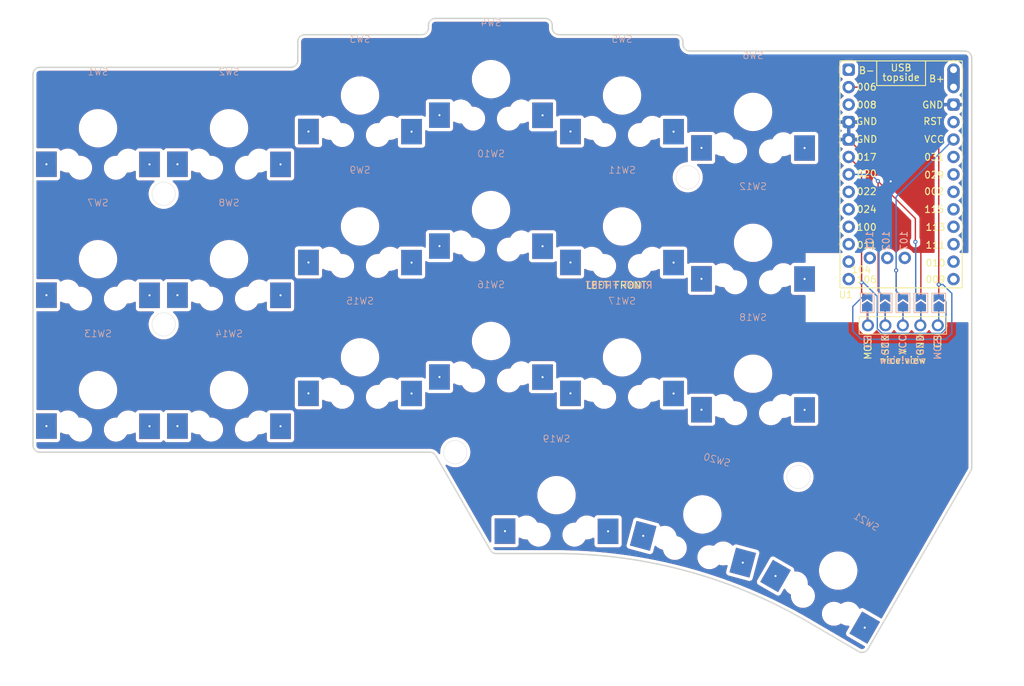
<source format=kicad_pcb>
(kicad_pcb (version 20240108) (generator "pcbnew") (generator_version "8.0")
  (layers (0 "F.Cu" signal) (31 "B.Cu" signal) (34 "B.Paste" user) (35 "F.Paste" user) (36 "B.SilkS" user "B.Silkscreen") (37 "F.SilkS" user "F.Silkscreen") (38 "B.Mask" user) (39 "F.Mask" user) (44 "Edge.Cuts" user))
  (net 0 "")
  (net 1 "Row0")
  (net 2 "Net-(D1-A)")
  (net 3 "Net-(D2-A)")
  (net 4 "Net-(D3-A)")
  (net 5 "Net-(D4-A)")
  (net 6 "Net-(D5-A)")
  (net 7 "Net-(D6-A)")
  (net 8 "Net-(D7-A)")
  (net 9 "Row1")
  (net 10 "Net-(D8-A)")
  (net 11 "Net-(D9-A)")
  (net 12 "Net-(D10-A)")
  (net 13 "Net-(D11-A)")
  (net 14 "Net-(D12-A)")
  (net 15 "Row2")
  (net 16 "Net-(D13-A)")
  (net 17 "Net-(D14-A)")
  (net 18 "Net-(D15-A)")
  (net 19 "Net-(D16-A)")
  (net 20 "Net-(D17-A)")
  (net 21 "Net-(D18-A)")
  (net 22 "Net-(D19-A)")
  (net 23 "Row3")
  (net 24 "Net-(D20-A)")
  (net 25 "Net-(D21-A)")
  (net 26 "Col0")
  (net 27 "Col1")
  (net 28 "Col2")
  (net 29 "Col3")
  (net 30 "Col4")
  (net 31 "Col5")
  (net 35 "GND")
  (net 39 "CS")
  (net 40 "VCC")
  (net 45 "SCK")
  (net 46 "SDA{slash}MOSI")
  (net 48 "RST")
  (net 49 "D4")
  (net 50 "D5")
  (net 51 "D3")
  (net 52 "D2")
  (net 53 "D1")
  (footprint "myck:KS-27_KS-33_Hotswap_1U_DUAL" (layer "F.Cu") (at 133.35 114.3)
    (property "Reference" "SW15" (at 0 -8.2 0) (layer "B.SilkS") (effects (font (thickness 0.1)) (justify mirror)))
    (property "Value" "SW_Push" (hide yes))
    (pad "" np_thru_hole circle (at -4.4 4.7) (size 3 3) (drill 3) (layers "F&B.Cu" "*.Mask"))
    (pad "" np_thru_hole circle (at -2.6 5.75) (size 3 3) (drill 3) (layers "F&B.Cu" "*.Mask"))
    (pad "" np_thru_hole circle (at 0 0) (size 5.1 5.1) (drill 5.1) (layers "F&B.Cu" "*.Mask"))
    (pad "" np_thru_hole circle (at 2.6 5.75) (size 3 3) (drill 3) (layers "F&B.Cu" "*.Mask"))
    (pad "" np_thru_hole circle (at 4.4 4.7) (size 3 3) (drill 3) (layers "F&B.Cu" "*.Mask"))
    (pad "1" thru_hole rect (at -7.5 5.24) (size 3 3.6975) (drill 0.3) (layers "*.Cu" "*.Paste" "*.Mask") (net 28 "Col2"))
    (pad "2" thru_hole rect (at 7.49 5.26) (size 3 3.6975) (drill 0.3) (layers "*.Cu" "*.Paste" "*.Mask") (net 18 "Net-(D15-A)"))
  )
  (footprint "myck:nice_view" (layer "F.Cu") (at 212.28 93.13)
    (property "Reference" "Display1")
    (property "Value" "nice!view" (at 0 21.59 0) (layer "F.SilkS"))
    (fp_rect (start -6.35 15.24) (end 6.35 17.78) (stroke (width 0.12)) (fill none) (layer "F.SilkS"))
    (fp_text user "VCC" (at -0.11 17.79 -90) (layer "B.SilkS") (effects (justify right mirror)))
    (fp_text user "GND" (at -2.65 17.79 -90) (layer "B.SilkS") (effects (justify right mirror)))
    (fp_text user "nice!view" (at -0.03 22.17 0) (layer "B.SilkS") (effects (justify bottom mirror)))
    (fp_text user "CS" (at -5.19 17.79 -90) (layer "B.SilkS") (effects (justify right mirror)))
    (fp_text user "SCK" (at 2.43 17.79 -90) (layer "B.SilkS") (effects (justify right mirror)))
    (fp_text user "MOSI" (at 4.97 17.79 -90) (layer "B.SilkS") (effects (justify right mirror)))
    (fp_text user "VCC" (at 0 17.78 90) (layer "F.SilkS") (effects (justify right)))
    (fp_text user "SCK" (at -2.54 17.78 90) (layer "F.SilkS") (effects (justify right)))
    (fp_text user "CS" (at 5.08 17.78 90) (layer "F.SilkS") (effects (justify right)))
    (fp_text user "MOSI" (at -5.08 17.78 90) (layer "F.SilkS") (effects (justify right)))
    (fp_text user "GND" (at 2.54 17.78 90) (layer "F.SilkS") (effects (justify right)))
    (pad "1" thru_hole circle (at -5.08 16.51) (size 1.7526 1.7526) (drill 1.0922) (layers "*.Cu" "*.Mask") (net 53 "D1"))
    (pad "2" thru_hole circle (at -2.54 16.51) (size 1.7526 1.7526) (drill 1.0922) (layers "*.Cu" "*.Mask") (net 52 "D2"))
    (pad "3" thru_hole circle (at 0 16.51) (size 1.7526 1.7526) (drill 1.0922) (layers "*.Cu" "*.Mask") (net 51 "D3"))
    (pad "4" thru_hole circle (at 2.54 16.51) (size 1.7526 1.7526) (drill 1.0922) (layers "*.Cu" "*.Mask") (net 49 "D4"))
    (pad "5" thru_hole circle (at 5.08 16.51) (size 1.7526 1.7526) (drill 1.0922) (layers "*.Cu" "*.Mask") (net 50 "D5"))
  )
  (footprint "myck:KS-27_KS-33_Hotswap_1U_DUAL" (layer "F.Cu") (at 114.3 119.0625)
    (property "Reference" "SW14" (at 0 -8.2 0) (layer "B.SilkS") (effects (font (thickness 0.1)) (justify mirror)))
    (property "Value" "SW_Push" (hide yes))
    (pad "" np_thru_hole circle (at -4.4 4.7) (size 3 3) (drill 3) (layers "F&B.Cu" "*.Mask"))
    (pad "" np_thru_hole circle (at -2.6 5.75) (size 3 3) (drill 3) (layers "F&B.Cu" "*.Mask"))
    (pad "" np_thru_hole circle (at 0 0) (size 5.1 5.1) (drill 5.1) (layers "F&B.Cu" "*.Mask"))
    (pad "" np_thru_hole circle (at 2.6 5.75) (size 3 3) (drill 3) (layers "F&B.Cu" "*.Mask"))
    (pad "" np_thru_hole circle (at 4.4 4.7) (size 3 3) (drill 3) (layers "F&B.Cu" "*.Mask"))
    (pad "1" thru_hole rect (at -7.5 5.24) (size 3 3.6975) (drill 0.3) (layers "*.Cu" "*.Paste" "*.Mask") (net 27 "Col1"))
    (pad "2" thru_hole rect (at 7.49 5.26) (size 3 3.6975) (drill 0.3) (layers "*.Cu" "*.Paste" "*.Mask") (net 17 "Net-(D14-A)"))
  )
  (footprint "myck:KS-27_KS-33_Hotswap_1U_DUAL" (layer "F.Cu") (at 190.5 116.68125)
    (property "Reference" "SW18" (at 0 -8.2 0) (layer "B.SilkS") (effects (font (thickness 0.1)) (justify mirror)))
    (property "Value" "SW_Push" (hide yes))
    (pad "" np_thru_hole circle (at -4.4 4.7) (size 3 3) (drill 3) (layers "F&B.Cu" "*.Mask"))
    (pad "" np_thru_hole circle (at -2.6 5.75) (size 3 3) (drill 3) (layers "F&B.Cu" "*.Mask"))
    (pad "" np_thru_hole circle (at 0 0) (size 5.1 5.1) (drill 5.1) (layers "F&B.Cu" "*.Mask"))
    (pad "" np_thru_hole circle (at 2.6 5.75) (size 3 3) (drill 3) (layers "F&B.Cu" "*.Mask"))
    (pad "" np_thru_hole circle (at 4.4 4.7) (size 3 3) (drill 3) (layers "F&B.Cu" "*.Mask"))
    (pad "1" thru_hole rect (at -7.5 5.24) (size 3 3.6975) (drill 0.3) (layers "*.Cu" "*.Paste" "*.Mask") (net 31 "Col5"))
    (pad "2" thru_hole rect (at 7.49 5.26) (size 3 3.6975) (drill 0.3) (layers "*.Cu" "*.Paste" "*.Mask") (net 21 "Net-(D18-A)"))
  )
  (footprint "myck:KS-27_KS-33_Hotswap_1U_DUAL" (layer "F.Cu") (at 152.4 92.86875)
    (property "Reference" "SW10" (at 0 -8.2 0) (layer "B.SilkS") (effects (font (thickness 0.1)) (justify mirror)))
    (property "Value" "SW_Push" (hide yes))
    (pad "" np_thru_hole circle (at -4.4 4.7) (size 3 3) (drill 3) (layers "F&B.Cu" "*.Mask"))
    (pad "" np_thru_hole circle (at -2.6 5.75) (size 3 3) (drill 3) (layers "F&B.Cu" "*.Mask"))
    (pad "" np_thru_hole circle (at 0 0) (size 5.1 5.1) (drill 5.1) (layers "F&B.Cu" "*.Mask"))
    (pad "" np_thru_hole circle (at 2.6 5.75) (size 3 3) (drill 3) (layers "F&B.Cu" "*.Mask"))
    (pad "" np_thru_hole circle (at 4.4 4.7) (size 3 3) (drill 3) (layers "F&B.Cu" "*.Mask"))
    (pad "1" thru_hole rect (at -7.5 5.24) (size 3 3.6975) (drill 0.3) (layers "*.Cu" "*.Paste" "*.Mask") (net 29 "Col3"))
    (pad "2" thru_hole rect (at 7.49 5.26) (size 3 3.6975) (drill 0.3) (layers "*.Cu" "*.Paste" "*.Mask") (net 12 "Net-(D10-A)"))
  )
  (footprint "myck:KS-27_KS-33_Hotswap_1U_DUAL" (layer "F.Cu") (at 95.25 119.0625)
    (property "Reference" "SW13" (at 0 -8.2 0) (layer "B.SilkS") (effects (font (thickness 0.1)) (justify mirror)))
    (property "Value" "SW_Push" (hide yes))
    (pad "" np_thru_hole circle (at -4.4 4.7) (size 3 3) (drill 3) (layers "F&B.Cu" "*.Mask"))
    (pad "" np_thru_hole circle (at -2.6 5.75) (size 3 3) (drill 3) (layers "F&B.Cu" "*.Mask"))
    (pad "" np_thru_hole circle (at 0 0) (size 5.1 5.1) (drill 5.1) (layers "F&B.Cu" "*.Mask"))
    (pad "" np_thru_hole circle (at 2.6 5.75) (size 3 3) (drill 3) (layers "F&B.Cu" "*.Mask"))
    (pad "" np_thru_hole circle (at 4.4 4.7) (size 3 3) (drill 3) (layers "F&B.Cu" "*.Mask"))
    (pad "1" thru_hole rect (at -7.5 5.24) (size 3 3.6975) (drill 0.3) (layers "*.Cu" "*.Paste" "*.Mask") (net 26 "Col0"))
    (pad "2" thru_hole rect (at 7.49 5.26) (size 3 3.6975) (drill 0.3) (layers "*.Cu" "*.Paste" "*.Mask") (net 16 "Net-(D13-A)"))
  )
  (footprint "myck:KS-27_KS-33_Hotswap_1U_DUAL" (layer "F.Cu") (at 95.25 80.9625)
    (property "Reference" "SW1" (at 0 -8.2 0) (layer "B.SilkS") (effects (font (thickness 0.1)) (justify mirror)))
    (property "Value" "SW_Push" (hide yes))
    (pad "" np_thru_hole circle (at -4.4 4.7) (size 3 3) (drill 3) (layers "F&B.Cu" "*.Mask"))
    (pad "" np_thru_hole circle (at -2.6 5.75) (size 3 3) (drill 3) (layers "F&B.Cu" "*.Mask"))
    (pad "" np_thru_hole circle (at 0 0) (size 5.1 5.1) (drill 5.1) (layers "F&B.Cu" "*.Mask"))
    (pad "" np_thru_hole circle (at 2.6 5.75) (size 3 3) (drill 3) (layers "F&B.Cu" "*.Mask"))
    (pad "" np_thru_hole circle (at 4.4 4.7) (size 3 3) (drill 3) (layers "F&B.Cu" "*.Mask"))
    (pad "1" thru_hole rect (at -7.5 5.24) (size 3 3.6975) (drill 0.3) (layers "*.Cu" "*.Paste" "*.Mask") (net 26 "Col0"))
    (pad "2" thru_hole rect (at 7.49 5.26) (size 3 3.6975) (drill 0.3) (layers "*.Cu" "*.Paste" "*.Mask") (net 2 "Net-(D1-A)"))
  )
  (footprint "myck:KS-27_KS-33_Hotswap_1U_DUAL" (layer "F.Cu") (at 171.45 95.25)
    (property "Reference" "SW11" (at 0 -8.2 0) (layer "B.SilkS") (effects (font (thickness 0.1)) (justify mirror)))
    (property "Value" "SW_Push" (hide yes))
    (pad "" np_thru_hole circle (at -4.4 4.7) (size 3 3) (drill 3) (layers "F&B.Cu" "*.Mask"))
    (pad "" np_thru_hole circle (at -2.6 5.75) (size 3 3) (drill 3) (layers "F&B.Cu" "*.Mask"))
    (pad "" np_thru_hole circle (at 0 0) (size 5.1 5.1) (drill 5.1) (layers "F&B.Cu" "*.Mask"))
    (pad "" np_thru_hole circle (at 2.6 5.75) (size 3 3) (drill 3) (layers "F&B.Cu" "*.Mask"))
    (pad "" np_thru_hole circle (at 4.4 4.7) (size 3 3) (drill 3) (layers "F&B.Cu" "*.Mask"))
    (pad "1" thru_hole rect (at -7.5 5.24) (size 3 3.6975) (drill 0.3) (layers "*.Cu" "*.Paste" "*.Mask") (net 30 "Col4"))
    (pad "2" thru_hole rect (at 7.49 5.26) (size 3 3.6975) (drill 0.3) (layers "*.Cu" "*.Paste" "*.Mask") (net 13 "Net-(D11-A)"))
  )
  (footprint "myck:KS-27_KS-33_Hotswap_1U_DUAL" (layer "F.Cu") (at 161.925 134.35)
    (property "Reference" "SW19" (at 0 -8.2 0) (layer "B.SilkS") (effects (font (thickness 0.1)) (justify mirror)))
    (property "Value" "SW_Push" (hide yes))
    (pad "" np_thru_hole circle (at -4.4 4.7) (size 3 3) (drill 3) (layers "F&B.Cu" "*.Mask"))
    (pad "" np_thru_hole circle (at -2.6 5.75) (size 3 3) (drill 3) (layers "F&B.Cu" "*.Mask"))
    (pad "" np_thru_hole circle (at 0 0) (size 5.1 5.1) (drill 5.1) (layers "F&B.Cu" "*.Mask"))
    (pad "" np_thru_hole circle (at 2.6 5.75) (size 3 3) (drill 3) (layers "F&B.Cu" "*.Mask"))
    (pad "" np_thru_hole circle (at 4.4 4.7) (size 3 3) (drill 3) (layers "F&B.Cu" "*.Mask"))
    (pad "1" thru_hole rect (at -7.5 5.24) (size 3 3.6975) (drill 0.3) (layers "*.Cu" "*.Paste" "*.Mask") (net 29 "Col3"))
    (pad "2" thru_hole rect (at 7.49 5.26) (size 3 3.6975) (drill 0.3) (layers "*.Cu" "*.Paste" "*.Mask") (net 22 "Net-(D19-A)"))
  )
  (footprint "myck:SuperMini_nRF52840_AH_USBup" (layer "F.Cu") (at 212.02625 88.9475)
    (property "Reference" "U1" (at -9.14 16.24 0) (layer "F.SilkS") (effects (justify left)))
    (property "Value" "SuperMini nRF52840" (hide yes))
    (fp_line (start -3.55 -14.2) (end -3.55 -17.78) (stroke (width 0.15)) (layer "F.SilkS"))
    (fp_line (start 3.55 -14.2) (end -3.55 -14.2) (stroke (width 0.15)) (layer "F.SilkS"))
    (fp_line (start 3.55 -14.2) (end 3.55 -17.78) (stroke (width 0.15)) (layer "F.SilkS"))
    (fp_rect (start -8.89 -17.78) (end 8.89 15.24) (stroke (width 0.15)) (fill none) (layer "F.SilkS"))
    (fp_text user "102" (at -1.6 8.4 -90) (layer "B.SilkS") (effects (justify bottom mirror)))
    (fp_text user "107" (at 1 8.4 -90) (layer "B.SilkS") (effects (justify bottom mirror)))
    (fp_text user "101" (at -4 8.4 -90) (layer "B.SilkS") (effects (justify bottom mirror)))
    (fp_text user "USB" (at 0 -16.2 0) (layer "F.SilkS") (effects (justify bottom)))
    (fp_text user "006" (at -5 -13.4 0) (layer "F.SilkS") (effects (justify bottom)))
    (fp_text user "B-" (at -5 -15.8 0) (layer "F.SilkS") (effects (justify bottom)))
    (fp_text user "115" (at 4.8 4.4 0) (layer "F.SilkS") (effects (justify bottom)))
    (fp_text user "020" (at -5 -0.8 0) (layer "F.SilkS") (effects (justify bottom)))
    (fp_text user "008" (at -5 -10.8 0) (layer "F.SilkS") (effects (justify bottom)))
    (fp_text user "RST" (at 4.6 -8.4 0) (layer "F.SilkS") (effects (justify bottom)))
    (fp_text user "100" (at -5 7 0) (layer "F.SilkS") (effects (justify bottom)))
    (fp_text user "022" (at -5 1.8 0) (layer "F.SilkS") (effects (justify bottom)))
    (fp_text user "GND" (at 4.6 -10.8 0) (layer "F.SilkS") (effects (justify bottom)))
    (fp_text user "113" (at 5 7 0) (layer "F.SilkS") (effects (justify bottom)))
    (fp_text user "VCC" (at 4.8 -5.8 0) (layer "F.SilkS") (effects (justify bottom)))
    (fp_text user "009" (at 5 14.6 0) (layer "F.SilkS") (effects (justify bottom)))
    (fp_text user "031" (at 4.8 -3.2 0) (layer "F.SilkS") (effects (justify bottom)))
    (fp_text user "029" (at 4.8 -0.6 0) (layer "F.SilkS") (effects (justify bottom)))
    (fp_text user "011" (at -5 9.6 0) (layer "F.SilkS") (effects (justify bottom)))
    (fp_text user "002" (at 4.8 1.8 0) (layer "F.SilkS") (effects (justify bottom)))
    (fp_text user "B+" (at 5.2 -14.6 0) (layer "F.SilkS") (effects (justify bottom)))
    (fp_text user "017" (at -5 -3.2 0) (layer "F.SilkS") (effects (justify bottom)))
    (fp_text user "111" (at 5 9.6 0) (layer "F.SilkS") (effects (justify bottom)))
    (fp_text user "GND" (at -5 -8.4 0) (layer "F.SilkS") (effects (justify bottom)))
    (fp_text user "024" (at -5 4.4 0) (layer "F.SilkS") (effects (justify bottom)))
    (fp_text user "GND" (at -5 -5.8 0) (layer "F.SilkS") (effects (justify bottom)))
    (fp_text user "104" (at -5.8 13.2 0) (layer "F.SilkS") (effects (justify bottom)))
    (fp_text user "010" (at 5 12.2 0) (layer "F.SilkS") (effects (justify bottom)))
    (fp_text user "106" (at -5 14.6 0) (layer "F.SilkS") (effects (justify bottom)))
    (fp_text user "topside" (at 0 -14.8 0) (layer "F.SilkS") (effects (justify bottom)))
    (pad "1" thru_hole circle (at -7.62 -13.97) (size 1.8 1.8) (drill 1) (layers "*.Cu" "*.Paste" "*.Mask") (net 39 "CS"))
    (pad "2" thru_hole circle (at -7.62 -11.43) (size 1.8 1.8) (drill 1) (layers "*.Cu" "*.Paste" "*.Mask"))
    (pad "3" thru_hole roundrect (at -7.62 -8.89) (size 1.8 1.8) (drill 1) (layers "*.Cu" "*.Paste" "*.Mask") (net 35 "GND"))
    (pad "4" thru_hole roundrect (at -7.62 -6.35) (size 1.8 1.8) (drill 1) (layers "*.Cu" "*.Paste" "*.Mask") (net 35 "GND"))
    (pad "5" thru_hole circle (at -7.62 -3.81) (size 1.8 1.8) (drill 1) (layers "*.Cu" "*.Paste" "*.Mask") (net 46 "SDA{slash}MOSI"))
    (pad "6" thru_hole circle (at -7.62 -1.27) (size 1.8 1.8) (drill 1) (layers "*.Cu" "*.Paste" "*.Mask") (net 45 "SCK"))
    (pad "7" thru_hole circle (at -7.62 1.27) (size 1.8 1.8) (drill 1) (layers "*.Cu" "*.Paste" "*.Mask") (net 1 "Row0"))
    (pad "8" thru_hole circle (at -7.62 3.81) (size 1.8 1.8) (drill 1) (layers "*.Cu" "*.Paste" "*.Mask") (net 9 "Row1"))
    (pad "9" thru_hole circle (at -7.62 6.35) (size 1.8 1.8) (drill 1) (layers "*.Cu" "*.Paste" "*.Mask") (net 15 "Row2"))
    (pad "10" thru_hole circle (at -7.62 8.89) (size 1.8 1.8) (drill 1) (layers "*.Cu" "*.Paste" "*.Mask") (net 23 "Row3"))
    (pad "11" thru_hole circle (at -7.62 11.43) (size 1.8 1.8) (drill 1) (layers "*.Cu" "*.Paste" "*.Mask"))
    (pad "12" thru_hole circle (at -7.62 13.97) (size 1.8 1.8) (drill 1) (layers "*.Cu" "*.Paste" "*.Mask"))
    (pad "13" thru_hole oval (at 7.62 -13.97) (size 1.8 4.34) (drill 1 (offset 0 -1.27)) (layers "*.Cu" "*.Paste" "*.Mask"))
    (pad "14" thru_hole roundrect (at 7.62 -11.43) (size 1.8 1.8) (drill 1) (layers "*.Cu" "*.Paste" "*.Mask") (net 35 "GND"))
    (pad "15" thru_hole circle (at 7.62 -8.89) (size 1.8 1.8) (drill 1) (layers "*.Cu" "*.Paste" "*.Mask") (net 48 "RST"))
    (pad "16" thru_hole circle (at 7.62 -6.35) (size 1.8 1.8) (drill 1) (layers "*.Cu" "*.Paste" "*.Mask") (net 40 "VCC"))
    (pad "17" thru_hole circle (at 7.62 -3.81) (size 1.8 1.8) (drill 1) (layers "*.Cu" "*.Paste" "*.Mask"))
    (pad "18" thru_hole circle (at 7.62 -1.27) (size 1.8 1.8) (drill 1) (layers "*.Cu" "*.Paste" "*.Mask") (net 26 "Col0"))
    (pad "19" thru_hole circle (at 7.62 1.27) (size 1.8 1.8) (drill 1) (layers "*.Cu" "*.Paste" "*.Mask") (net 27 "Col1"))
    (pad "20" thru_hole circle (at 7.62 3.81) (size 1.8 1.8) (drill 1) (layers "*.Cu" "*.Paste" "*.Mask") (net 28 "Col2"))
    (pad "21" thru_hole circle (at 7.62 6.35) (size 1.8 1.8) (drill 1) (layers "*.Cu" "*.Paste" "*.Mask") (net 29 "Col3"))
    (pad "22" thru_hole circle (at 7.62 8.89) (size 1.8 1.8) (drill 1) (layers "*.Cu" "*.Paste" "*.Mask") (net 30 "Col4"))
    (pad "23" thru_hole circle (at 7.62 11.43) (size 1.8 1.8) (drill 1) (layers "*.Cu" "*.Paste" "*.Mask") (net 31 "Col5"))
    (pad "24" thru_hole circle (at 7.62 13.97) (size 1.8 1.8) (drill 1) (layers "*.Cu" "*.Paste" "*.Mask"))
    (pad "25" thru_hole circle (at -4.5466 10.87628) (size 1.8 1.8) (drill 1) (layers "*.Cu" "*.Paste" "*.Mask"))
    (pad "26" thru_hole circle (at -2.0066 10.87628) (size 1.8 1.8) (drill 1) (layers "*.Cu" "*.Paste" "*.Mask"))
    (pad "27" thru_hole circle (at 0.5334 10.87628) (size 1.8 1.8) (drill 1) (layers "*.Cu" "*.Paste" "*.Mask"))
    (pad "28" thru_hole roundrect (at -7.62 -16.51) (size 1.8 1.8) (drill 1) (layers "*.Cu" "*.Paste" "*.Mask"))
    (pad "29" thru_hole circle (at 7.62 -16.51) (size 1.8 1.8) (drill 1) (layers "*.Cu" "*.Paste" "*.Mask"))
    (zone (net 0) (net_name "") (layers "F&B.Cu") (name "ANT") (connect_pads (clearance 0)) (min_thickness 0.25)
      (keepout (tracks allowed) (vias allowed) (pads allowed) (copperpour not_allowed) (footprints allowed))
      (fill (thermal_gap 0.5) (thermal_bridge_width 0.5))
      (polygon (pts (xy 198.13625 99.1075) (xy 225.91625 99.1075) (xy 225.91625 109.1875) (xy 198.13625 109.1875)))
    )
  )
  (footprint "myck:KS-27_KS-33_Hotswap_1U_DUAL" (layer "F.Cu") (at 190.5 78.58125)
    (property "Reference" "SW6" (at 0 -8.2 0) (layer "B.SilkS") (effects (font (thickness 0.1)) (justify mirror)))
    (property "Value" "SW_Push" (hide yes))
    (pad "" np_thru_hole circle (at -4.4 4.7) (size 3 3) (drill 3) (layers "F&B.Cu" "*.Mask"))
    (pad "" np_thru_hole circle (at -2.6 5.75) (size 3 3) (drill 3) (layers "F&B.Cu" "*.Mask"))
    (pad "" np_thru_hole circle (at 0 0) (size 5.1 5.1) (drill 5.1) (layers "F&B.Cu" "*.Mask"))
    (pad "" np_thru_hole circle (at 2.6 5.75) (size 3 3) (drill 3) (layers "F&B.Cu" "*.Mask"))
    (pad "" np_thru_hole circle (at 4.4 4.7) (size 3 3) (drill 3) (layers "F&B.Cu" "*.Mask"))
    (pad "1" thru_hole rect (at -7.5 5.24) (size 3 3.6975) (drill 0.3) (layers "*.Cu" "*.Paste" "*.Mask") (net 31 "Col5"))
    (pad "2" thru_hole rect (at 7.49 5.26) (size 3 3.6975) (drill 0.3) (layers "*.Cu" "*.Paste" "*.Mask") (net 7 "Net-(D6-A)"))
  )
  (footprint "myck:KS-27_KS-33_Hotswap_1U_DUAL" (layer "F.Cu") (at 183.124285 137.152414 -15)
    (property "Reference" "SW20" (at 0 -8.2 165) (layer "B.SilkS") (effects (font (thickness 0.1)) (justify mirror)))
    (property "Value" "SW_Push" (hide yes))
    (pad "" np_thru_hole circle (at -4.4 4.7 345) (size 3 3) (drill 3) (layers "F&B.Cu" "*.Mask"))
    (pad "" np_thru_hole circle (at -2.6 5.75 345) (size 3 3) (drill 3) (layers "F&B.Cu" "*.Mask"))
    (pad "" np_thru_hole circle (at 0 0 345) (size 5.1 5.1) (drill 5.1) (layers "F&B.Cu" "*.Mask"))
    (pad "" np_thru_hole circle (at 2.6 5.75 345) (size 3 3) (drill 3) (layers "F&B.Cu" "*.Mask"))
    (pad "" np_thru_hole circle (at 4.4 4.7 345) (size 3 3) (drill 3) (layers "F&B.Cu" "*.Mask"))
    (pad "1" thru_hole rect (at -7.5 5.239999 345) (size 3 3.6975) (drill 0.3) (layers "*.Cu" "*.Paste" "*.Mask") (net 30 "Col4"))
    (pad "2" thru_hole rect (at 7.49 5.26 345) (size 3 3.6975) (drill 0.3) (layers "*.Cu" "*.Paste" "*.Mask") (net 24 "Net-(D20-A)"))
  )
  (footprint "myck:KS-27_KS-33_Hotswap_1U_DUAL" (layer "F.Cu") (at 133.35 76.2)
    (property "Reference" "SW3" (at 0 -8.2 0) (layer "B.SilkS") (effects (font (thickness 0.1)) (justify mirror)))
    (property "Value" "SW_Push" (hide yes))
    (pad "" np_thru_hole circle (at -4.4 4.7) (size 3 3) (drill 3) (layers "F&B.Cu" "*.Mask"))
    (pad "" np_thru_hole circle (at -2.6 5.75) (size 3 3) (drill 3) (layers "F&B.Cu" "*.Mask"))
    (pad "" np_thru_hole circle (at 0 0) (size 5.1 5.1) (drill 5.1) (layers "F&B.Cu" "*.Mask"))
    (pad "" np_thru_hole circle (at 2.6 5.75) (size 3 3) (drill 3) (layers "F&B.Cu" "*.Mask"))
    (pad "" np_thru_hole circle (at 4.4 4.7) (size 3 3) (drill 3) (layers "F&B.Cu" "*.Mask"))
    (pad "1" thru_hole rect (at -7.5 5.24) (size 3 3.6975) (drill 0.3) (layers "*.Cu" "*.Paste" "*.Mask") (net 28 "Col2"))
    (pad "2" thru_hole rect (at 7.49 5.26) (size 3 3.6975) (drill 0.3) (layers "*.Cu" "*.Paste" "*.Mask") (net 4 "Net-(D3-A)"))
  )
  (footprint "myck:KS-27_KS-33_Hotswap_1U_DUAL" (layer "F.Cu") (at 114.3 80.9625)
    (property "Reference" "SW2" (at 0 -8.2 0) (layer "B.SilkS") (effects (font (thickness 0.1)) (justify mirror)))
    (property "Value" "SW_Push" (hide yes))
    (pad "" np_thru_hole circle (at -4.4 4.7) (size 3 3) (drill 3) (layers "F&B.Cu" "*.Mask"))
    (pad "" np_thru_hole circle (at -2.6 5.75) (size 3 3) (drill 3) (layers "F&B.Cu" "*.Mask"))
    (pad "" np_thru_hole circle (at 0 0) (size 5.1 5.1) (drill 5.1) (layers "F&B.Cu" "*.Mask"))
    (pad "" np_thru_hole circle (at 2.6 5.75) (size 3 3) (drill 3) (layers "F&B.Cu" "*.Mask"))
    (pad "" np_thru_hole circle (at 4.4 4.7) (size 3 3) (drill 3) (layers "F&B.Cu" "*.Mask"))
    (pad "1" thru_hole rect (at -7.5 5.24) (size 3 3.6975) (drill 0.3) (layers "*.Cu" "*.Paste" "*.Mask") (net 27 "Col1"))
    (pad "2" thru_hole rect (at 7.49 5.26) (size 3 3.6975) (drill 0.3) (layers "*.Cu" "*.Paste" "*.Mask") (net 3 "Net-(D2-A)"))
  )
  (footprint "myck:KS-27_KS-33_Hotswap_1U_DUAL" (layer "F.Cu") (at 202.87878 145.328277 -30)
    (property "Reference" "SW21" (at 0 -8.2 150) (layer "B.SilkS") (effects (font (thickness 0.1)) (justify mirror)))
    (property "Value" "SW_Push" (hide yes))
    (pad "" np_thru_hole circle (at -4.4 4.7 330) (size 3 3) (drill 3) (layers "F&B.Cu" "*.Mask"))
    (pad "" np_thru_hole circle (at -2.6 5.75 330) (size 3 3) (drill 3) (layers "F&B.Cu" "*.Mask"))
    (pad "" np_thru_hole circle (at 0 0 330) (size 5.1 5.1) (drill 5.1) (layers "F&B.Cu" "*.Mask"))
    (pad "" np_thru_hole circle (at 2.6 5.75 330) (size 3 3) (drill 3) (layers "F&B.Cu" "*.Mask"))
    (pad "" np_thru_hole circle (at 4.4 4.7 330) (size 3 3) (drill 3) (layers "F&B.Cu" "*.Mask"))
    (pad "1" thru_hole rect (at -7.5 5.24 330) (size 3 3.6975) (drill 0.3) (layers "*.Cu" "*.Paste" "*.Mask") (net 31 "Col5"))
    (pad "2" thru_hole rect (at 7.49 5.26 330) (size 3 3.6975) (drill 0.3) (layers "*.Cu" "*.Paste" "*.Mask") (net 25 "Net-(D21-A)"))
  )
  (footprint "myck:KS-27_KS-33_Hotswap_1U_DUAL" (layer "F.Cu") (at 171.45 76.2)
    (property "Reference" "SW5" (at 0 -8.2 0) (layer "B.SilkS") (effects (font (thickness 0.1)) (justify mirror)))
    (property "Value" "SW_Push" (hide yes))
    (pad "" np_thru_hole circle (at -4.4 4.7) (size 3 3) (drill 3) (layers "F&B.Cu" "*.Mask"))
    (pad "" np_thru_hole circle (at -2.6 5.75) (size 3 3) (drill 3) (layers "F&B.Cu" "*.Mask"))
    (pad "" np_thru_hole circle (at 0 0) (size 5.1 5.1) (drill 5.1) (layers "F&B.Cu" "*.Mask"))
    (pad "" np_thru_hole circle (at 2.6 5.75) (size 3 3) (drill 3) (layers "F&B.Cu" "*.Mask"))
    (pad "" np_thru_hole circle (at 4.4 4.7) (size 3 3) (drill 3) (layers "F&B.Cu" "*.Mask"))
    (pad "1" thru_hole rect (at -7.5 5.24) (size 3 3.6975) (drill 0.3) (layers "*.Cu" "*.Paste" "*.Mask") (net 30 "Col4"))
    (pad "2" thru_hole rect (at 7.49 5.26) (size 3 3.6975) (drill 0.3) (layers "*.Cu" "*.Paste" "*.Mask") (net 6 "Net-(D5-A)"))
  )
  (footprint "myck:KS-27_KS-33_Hotswap_1U_DUAL" (layer "F.Cu") (at 95.25 100.0125)
    (property "Reference" "SW7" (at 0 -8.2 0) (layer "B.SilkS") (effects (font (thickness 0.1)) (justify mirror)))
    (property "Value" "SW_Push" (hide yes))
    (pad "" np_thru_hole circle (at -4.4 4.7) (size 3 3) (drill 3) (layers "F&B.Cu" "*.Mask"))
    (pad "" np_thru_hole circle (at -2.6 5.75) (size 3 3) (drill 3) (layers "F&B.Cu" "*.Mask"))
    (pad "" np_thru_hole circle (at 0 0) (size 5.1 5.1) (drill 5.1) (layers "F&B.Cu" "*.Mask"))
    (pad "" np_thru_hole circle (at 2.6 5.75) (size 3 3) (drill 3) (layers "F&B.Cu" "*.Mask"))
    (pad "" np_thru_hole circle (at 4.4 4.7) (size 3 3) (drill 3) (layers "F&B.Cu" "*.Mask"))
    (pad "1" thru_hole rect (at -7.5 5.24) (size 3 3.6975) (drill 0.3) (layers "*.Cu" "*.Paste" "*.Mask") (net 26 "Col0"))
    (pad "2" thru_hole rect (at 7.49 5.26) (size 3 3.6975) (drill 0.3) (layers "*.Cu" "*.Paste" "*.Mask") (net 8 "Net-(D7-A)"))
  )
  (footprint "Jumper:SolderJumper-2_P1.3mm_Open_TrianglePad1.0x1.5mm" (layer "F.Cu") (at 212.3 106.375 90)
    (property "Reference" "Left-JP3" (hide yes))
    (property "Value" "SolderJumper_2_Open" (hide yes))
    (fp_line (start 1.4 -1) (end 1.4 1) (stroke (width 0.12)) (layer "F.SilkS"))
    (fp_line (start -1.4 -1) (end 1.4 -1) (stroke (width 0.12)) (layer "F.SilkS"))
    (fp_line (start 1.4 1) (end -1.4 1) (stroke (width 0.12)) (layer "F.SilkS"))
    (fp_line (start -1.4 1) (end -1.4 -1) (stroke (width 0.12)) (layer "F.SilkS"))
    (pad "1" smd custom (at -0.725 0 90) (size 0.3 0.3) (layers "F.Cu" "F.Mask") (net 51 "D3") (options (clearance outline) (anchor rect)) (primitives (gr_poly (pts (xy 1 0) (xy 0.5 0.75) (xy -0.5 0.75) (xy -0.5 -0.75) (xy 0.5 -0.75)) (width 0) (fill yes))))
    (pad "2" smd custom (at 0.725 0 90) (size 0.3 0.3) (layers "F.Cu" "F.Mask") (net 40 "VCC") (options (clearance outline) (anchor rect)) (primitives (gr_poly (pts (xy 0.5 0.75) (xy -0.65 0.75) (xy -0.15 0) (xy -0.65 -0.75) (xy 0.5 -0.75)) (width 0) (fill yes))))
  )
  (footprint "myck:KS-27_KS-33_Hotswap_1U_DUAL" (layer "F.Cu") (at 133.35 95.25)
    (property "Reference" "SW9" (at 0 -8.2 0) (layer "B.SilkS") (effects (font (thickness 0.1)) (justify mirror)))
    (property "Value" "SW_Push" (hide yes))
    (pad "" np_thru_hole circle (at -4.4 4.7) (size 3 3) (drill 3) (layers "F&B.Cu" "*.Mask"))
    (pad "" np_thru_hole circle (at -2.6 5.75) (size 3 3) (drill 3) (layers "F&B.Cu" "*.Mask"))
    (pad "" np_thru_hole circle (at 0 0) (size 5.1 5.1) (drill 5.1) (layers "F&B.Cu" "*.Mask"))
    (pad "" np_thru_hole circle (at 2.6 5.75) (size 3 3) (drill 3) (layers "F&B.Cu" "*.Mask"))
    (pad "" np_thru_hole circle (at 4.4 4.7) (size 3 3) (drill 3) (layers "F&B.Cu" "*.Mask"))
    (pad "1" thru_hole rect (at -7.5 5.24) (size 3 3.6975) (drill 0.3) (layers "*.Cu" "*.Paste" "*.Mask") (net 28 "Col2"))
    (pad "2" thru_hole rect (at 7.49 5.26) (size 3 3.6975) (drill 0.3) (layers "*.Cu" "*.Paste" "*.Mask") (net 11 "Net-(D9-A)"))
  )
  (footprint "myck:KS-27_KS-33_Hotswap_1U_DUAL" (layer "F.Cu") (at 190.5 97.63125)
    (property "Reference" "SW12" (at 0 -8.2 0) (layer "B.SilkS") (effects (font (thickness 0.1)) (justify mirror)))
    (property "Value" "SW_Push" (hide yes))
    (pad "" np_thru_hole circle (at -4.4 4.7) (size 3 3) (drill 3) (layers "F&B.Cu" "*.Mask"))
    (pad "" np_thru_hole circle (at -2.6 5.75) (size 3 3) (drill 3) (layers "F&B.Cu" "*.Mask"))
    (pad "" np_thru_hole circle (at 0 0) (size 5.1 5.1) (drill 5.1) (layers "F&B.Cu" "*.Mask"))
    (pad "" np_thru_hole circle (at 2.6 5.75) (size 3 3) (drill 3) (layers "F&B.Cu" "*.Mask"))
    (pad "" np_thru_hole circle (at 4.4 4.7) (size 3 3) (drill 3) (layers "F&B.Cu" "*.Mask"))
    (pad "1" thru_hole rect (at -7.5 5.24) (size 3 3.6975) (drill 0.3) (layers "*.Cu" "*.Paste" "*.Mask") (net 31 "Col5"))
    (pad "2" thru_hole rect (at 7.49 5.26) (size 3 3.6975) (drill 0.3) (layers "*.Cu" "*.Paste" "*.Mask") (net 14 "Net-(D12-A)"))
  )
  (footprint "Jumper:SolderJumper-2_P1.3mm_Open_TrianglePad1.0x1.5mm" (layer "F.Cu") (at 214.9 106.375 90)
    (property "Reference" "Left-JP4" (hide yes))
    (property "Value" "SolderJumper_2_Open" (hide yes))
    (fp_line (start 1.4 -1) (end 1.4 1) (stroke (width 0.12)) (layer "F.SilkS"))
    (fp_line (start -1.4 -1) (end 1.4 -1) (stroke (width 0.12)) (layer "F.SilkS"))
    (fp_line (start 1.4 1) (end -1.4 1) (stroke (width 0.12)) (layer "F.SilkS"))
    (fp_line (start -1.4 1) (end -1.4 -1) (stroke (width 0.12)) (layer "F.SilkS"))
    (pad "1" smd custom (at -0.725 0 90) (size 0.3 0.3) (layers "F.Cu" "F.Mask") (net 49 "D4") (options (clearance outline) (anchor rect)) (primitives (gr_poly (pts (xy 1 0) (xy 0.5 0.75) (xy -0.5 0.75) (xy -0.5 -0.75) (xy 0.5 -0.75)) (width 0) (fill yes))))
    (pad "2" smd custom (at 0.725 0 90) (size 0.3 0.3) (layers "F.Cu" "F.Mask") (net 35 "GND") (options (clearance outline) (anchor rect)) (primitives (gr_poly (pts (xy 0.5 0.75) (xy -0.65 0.75) (xy -0.15 0) (xy -0.65 -0.75) (xy 0.5 -0.75)) (width 0) (fill yes))))
  )
  (footprint "myck:KS-27_KS-33_Hotswap_1U_DUAL" (layer "F.Cu") (at 114.3 100.0125)
    (property "Reference" "SW8" (at 0 -8.2 0) (layer "B.SilkS") (effects (font (thickness 0.1)) (justify mirror)))
    (property "Value" "SW_Push" (hide yes))
    (pad "" np_thru_hole circle (at -4.4 4.7) (size 3 3) (drill 3) (layers "F&B.Cu" "*.Mask"))
    (pad "" np_thru_hole circle (at -2.6 5.75) (size 3 3) (drill 3) (layers "F&B.Cu" "*.Mask"))
    (pad "" np_thru_hole circle (at 0 0) (size 5.1 5.1) (drill 5.1) (layers "F&B.Cu" "*.Mask"))
    (pad "" np_thru_hole circle (at 2.6 5.75) (size 3 3) (drill 3) (layers "F&B.Cu" "*.Mask"))
    (pad "" np_thru_hole circle (at 4.4 4.7) (size 3 3) (drill 3) (layers "F&B.Cu" "*.Mask"))
    (pad "1" thru_hole rect (at -7.5 5.24) (size 3 3.6975) (drill 0.3) (layers "*.Cu" "*.Paste" "*.Mask") (net 27 "Col1"))
    (pad "2" thru_hole rect (at 7.49 5.26) (size 3 3.6975) (drill 0.3) (layers "*.Cu" "*.Paste" "*.Mask") (net 10 "Net-(D8-A)"))
  )
  (footprint "Jumper:SolderJumper-2_P1.3mm_Open_TrianglePad1.0x1.5mm" (layer "F.Cu") (at 217.5 106.375 90)
    (property "Reference" "Left-JP5" (hide yes))
    (property "Value" "SolderJumper_2_Open" (hide yes))
    (fp_line (start 1.4 -1) (end 1.4 1) (stroke (width 0.12)) (layer "F.SilkS"))
    (fp_line (start -1.4 -1) (end 1.4 -1) (stroke (width 0.12)) (layer "F.SilkS"))
    (fp_line (start 1.4 1) (end -1.4 1) (stroke (width 0.12)) (layer "F.SilkS"))
    (fp_line (start -1.4 1) (end -1.4 -1) (stroke (width 0.12)) (layer "F.SilkS"))
    (pad "1" smd custom (at -0.725 0 90) (size 0.3 0.3) (layers "F.Cu" "F.Mask") (net 50 "D5") (options (clearance outline) (anchor rect)) (primitives (gr_poly (pts (xy 1 0) (xy 0.5 0.75) (xy -0.5 0.75) (xy -0.5 -0.75) (xy 0.5 -0.75)) (width 0) (fill yes))))
    (pad "2" smd custom (at 0.725 0 90) (size 0.3 0.3) (layers "F.Cu" "F.Mask") (net 39 "CS") (options (clearance outline) (anchor rect)) (primitives (gr_poly (pts (xy 0.5 0.75) (xy -0.65 0.75) (xy -0.15 0) (xy -0.65 -0.75) (xy 0.5 -0.75)) (width 0) (fill yes))))
  )
  (footprint "myck:KS-27_KS-33_Hotswap_1U_DUAL" (layer "F.Cu") (at 152.4 111.91875)
    (property "Reference" "SW16" (at 0 -8.2 0) (layer "B.SilkS") (effects (font (thickness 0.1)) (justify mirror)))
    (property "Value" "SW_Push" (hide yes))
    (pad "" np_thru_hole circle (at -4.4 4.7) (size 3 3) (drill 3) (layers "F&B.Cu" "*.Mask"))
    (pad "" np_thru_hole circle (at -2.6 5.75) (size 3 3) (drill 3) (layers "F&B.Cu" "*.Mask"))
    (pad "" np_thru_hole circle (at 0 0) (size 5.1 5.1) (drill 5.1) (layers "F&B.Cu" "*.Mask"))
    (pad "" np_thru_hole circle (at 2.6 5.75) (size 3 3) (drill 3) (layers "F&B.Cu" "*.Mask"))
    (pad "" np_thru_hole circle (at 4.4 4.7) (size 3 3) (drill 3) (layers "F&B.Cu" "*.Mask"))
    (pad "1" thru_hole rect (at -7.5 5.24) (size 3 3.6975) (drill 0.3) (layers "*.Cu" "*.Paste" "*.Mask") (net 29 "Col3"))
    (pad "2" thru_hole rect (at 7.49 5.26) (size 3 3.6975) (drill 0.3) (layers "*.Cu" "*.Paste" "*.Mask") (net 19 "Net-(D16-A)"))
  )
  (footprint "Jumper:SolderJumper-2_P1.3mm_Open_TrianglePad1.0x1.5mm" (layer "F.Cu") (at 207.1 106.375 90)
    (property "Reference" "Left-JP1" (hide yes))
    (property "Value" "SolderJumper_2_Open" (hide yes))
    (fp_line (start 1.4 -1) (end 1.4 1) (stroke (width 0.12)) (layer "F.SilkS"))
    (fp_line (start -1.4 -1) (end 1.4 -1) (stroke (width 0.12)) (layer "F.SilkS"))
    (fp_line (start 1.4 1) (end -1.4 1) (stroke (width 0.12)) (layer "F.SilkS"))
    (fp_line (start -1.4 1) (end -1.4 -1) (stroke (width 0.12)) (layer "F.SilkS"))
    (pad "1" smd custom (at -0.725 0 90) (size 0.3 0.3) (layers "F.Cu" "F.Mask") (net 53 "D1") (options (clearance outline) (anchor rect)) (primitives (gr_poly (pts (xy 1 0) (xy 0.5 0.75) (xy -0.5 0.75) (xy -0.5 -0.75) (xy 0.5 -0.75)) (width 0) (fill yes))))
    (pad "2" smd custom (at 0.725 0 90) (size 0.3 0.3) (layers "F.Cu" "F.Mask") (net 46 "SDA{slash}MOSI") (options (clearance outline) (anchor rect)) (primitives (gr_poly (pts (xy 0.5 0.75) (xy -0.65 0.75) (xy -0.15 0) (xy -0.65 -0.75) (xy 0.5 -0.75)) (width 0) (fill yes))))
  )
  (footprint "myck:KS-27_KS-33_Hotswap_1U_DUAL" (layer "F.Cu") (at 171.45 114.3)
    (property "Reference" "SW17" (at 0 -8.2 0) (layer "B.SilkS") (effects (font (thickness 0.1)) (justify mirror)))
    (property "Value" "SW_Push" (hide yes))
    (pad "" np_thru_hole circle (at -4.4 4.7) (size 3 3) (drill 3) (layers "F&B.Cu" "*.Mask"))
    (pad "" np_thru_hole circle (at -2.6 5.75) (size 3 3) (drill 3) (layers "F&B.Cu" "*.Mask"))
    (pad "" np_thru_hole circle (at 0 0) (size 5.1 5.1) (drill 5.1) (layers "F&B.Cu" "*.Mask"))
    (pad "" np_thru_hole circle (at 2.6 5.75) (size 3 3) (drill 3) (layers "F&B.Cu" "*.Mask"))
    (pad "" np_thru_hole circle (at 4.4 4.7) (size 3 3) (drill 3) (layers "F&B.Cu" "*.Mask"))
    (pad "1" thru_hole rect (at -7.5 5.24) (size 3 3.6975) (drill 0.3) (layers "*.Cu" "*.Paste" "*.Mask") (net 30 "Col4"))
    (pad "2" thru_hole rect (at 7.49 5.26) (size 3 3.6975) (drill 0.3) (layers "*.Cu" "*.Paste" "*.Mask") (net 20 "Net-(D17-A)"))
  )
  (footprint "myck:KS-27_KS-33_Hotswap_1U_DUAL" (layer "F.Cu") (at 152.4 73.81875)
    (property "Reference" "SW4" (at 0 -8.2 0) (layer "B.SilkS") (effects (font (thickness 0.1)) (justify mirror)))
    (property "Value" "SW_Push" (hide yes))
    (pad "" np_thru_hole circle (at -4.4 4.7) (size 3 3) (drill 3) (layers "F&B.Cu" "*.Mask"))
    (pad "" np_thru_hole circle (at -2.6 5.75) (size 3 3) (drill 3) (layers "F&B.Cu" "*.Mask"))
    (pad "" np_thru_hole circle (at 0 0) (size 5.1 5.1) (drill 5.1) (layers "F&B.Cu" "*.Mask"))
    (pad "" np_thru_hole circle (at 2.6 5.75) (size 3 3) (drill 3) (layers "F&B.Cu" "*.Mask"))
    (pad "" np_thru_hole circle (at 4.4 4.7) (size 3 3) (drill 3) (layers "F&B.Cu" "*.Mask"))
    (pad "1" thru_hole rect (at -7.5 5.24) (size 3 3.6975) (drill 0.3) (layers "*.Cu" "*.Paste" "*.Mask") (net 29 "Col3"))
    (pad "2" thru_hole rect (at 7.49 5.26) (size 3 3.6975) (drill 0.3) (layers "*.Cu" "*.Paste" "*.Mask") (net 5 "Net-(D4-A)"))
  )
  (footprint "Jumper:SolderJumper-2_P1.3mm_Open_TrianglePad1.0x1.5mm" (layer "F.Cu") (at 209.7 106.375 90)
    (property "Reference" "Left-JP2" (hide yes))
    (property "Value" "SolderJumper_2_Open" (hide yes))
    (fp_line (start 1.4 -1) (end 1.4 1) (stroke (width 0.12)) (layer "F.SilkS"))
    (fp_line (start -1.4 -1) (end 1.4 -1) (stroke (width 0.12)) (layer "F.SilkS"))
    (fp_line (start 1.4 1) (end -1.4 1) (stroke (width 0.12)) (layer "F.SilkS"))
    (fp_line (start -1.4 1) (end -1.4 -1) (stroke (width 0.12)) (layer "F.SilkS"))
    (pad "1" smd custom (at -0.725 0 90) (size 0.3 0.3) (layers "F.Cu" "F.Mask") (net 52 "D2") (options (clearance outline) (anchor rect)) (primitives (gr_poly (pts (xy 1 0) (xy 0.5 0.75) (xy -0.5 0.75) (xy -0.5 -0.75) (xy 0.5 -0.75)) (width 0) (fill yes))))
    (pad "2" smd custom (at 0.725 0 90) (size 0.3 0.3) (layers "F.Cu" "F.Mask") (net 45 "SCK") (options (clearance outline) (anchor rect)) (primitives (gr_poly (pts (xy 0.5 0.75) (xy -0.65 0.75) (xy -0.15 0) (xy -0.65 -0.75) (xy 0.5 -0.75)) (width 0) (fill yes))))
  )
  (footprint "Jumper:SolderJumper-2_P1.3mm_Open_TrianglePad1.0x1.5mm" (layer "B.Cu") (at 209.7 106.375 90)
    (property "Reference" "Right-JP4" (hide yes))
    (property "Value" "SolderJumper_2_Open" (hide yes))
    (fp_line (start 1.4 -1) (end 1.4 1) (stroke (width 0.12)) (layer "B.SilkS"))
    (fp_line (start -1.4 -1) (end 1.4 -1) (stroke (width 0.12)) (layer "B.SilkS"))
    (fp_line (start 1.4 1) (end -1.4 1) (stroke (width 0.12)) (layer "B.SilkS"))
    (fp_line (start -1.4 1) (end -1.4 -1) (stroke (width 0.12)) (layer "B.SilkS"))
    (pad "1" smd custom (at -0.725 0 90) (size 0.3 0.3) (layers "B.Cu" "B.Mask") (net 52 "D2") (options (clearance outline) (anchor rect)) (primitives (gr_poly (pts (xy 1 0) (xy 0.5 -0.75) (xy -0.5 -0.75) (xy -0.5 0.75) (xy 0.5 0.75)) (width 0) (fill yes))))
    (pad "2" smd custom (at 0.725 0 90) (size 0.3 0.3) (layers "B.Cu" "B.Mask") (net 35 "GND") (options (clearance outline) (anchor rect)) (primitives (gr_poly (pts (xy 0.5 -0.75) (xy -0.65 -0.75) (xy -0.15 0) (xy -0.65 0.75) (xy 0.5 0.75)) (width 0) (fill yes))))
  )
  (footprint "Jumper:SolderJumper-2_P1.3mm_Open_TrianglePad1.0x1.5mm" (layer "B.Cu") (at 214.9 106.375 90)
    (property "Reference" "Right-JP2" (hide yes))
    (property "Value" "SolderJumper_2_Open" (hide yes))
    (fp_line (start 1.4 -1) (end 1.4 1) (stroke (width 0.12)) (layer "B.SilkS"))
    (fp_line (start -1.4 -1) (end 1.4 -1) (stroke (width 0.12)) (layer "B.SilkS"))
    (fp_line (start 1.4 1) (end -1.4 1) (stroke (width 0.12)) (layer "B.SilkS"))
    (fp_line (start -1.4 1) (end -1.4 -1) (stroke (width 0.12)) (layer "B.SilkS"))
    (pad "1" smd custom (at -0.725 0 90) (size 0.3 0.3) (layers "B.Cu" "B.Mask") (net 49 "D4") (options (clearance outline) (anchor rect)) (primitives (gr_poly (pts (xy 1 0) (xy 0.5 -0.75) (xy -0.5 -0.75) (xy -0.5 0.75) (xy 0.5 0.75)) (width 0) (fill yes))))
    (pad "2" smd custom (at 0.725 0 90) (size 0.3 0.3) (layers "B.Cu" "B.Mask") (net 45 "SCK") (options (clearance outline) (anchor rect)) (primitives (gr_poly (pts (xy 0.5 -0.75) (xy -0.65 -0.75) (xy -0.15 0) (xy -0.65 0.75) (xy 0.5 0.75)) (width 0) (fill yes))))
  )
  (footprint "Jumper:SolderJumper-2_P1.3mm_Open_TrianglePad1.0x1.5mm" (layer "B.Cu") (at 212.3 106.375 90)
    (property "Reference" "Right-JP3" (hide yes))
    (property "Value" "SolderJumper_2_Open" (hide yes))
    (fp_line (start 1.4 -1) (end 1.4 1) (stroke (width 0.12)) (layer "B.SilkS"))
    (fp_line (start -1.4 -1) (end 1.4 -1) (stroke (width 0.12)) (layer "B.SilkS"))
    (fp_line (start 1.4 1) (end -1.4 1) (stroke (width 0.12)) (layer "B.SilkS"))
    (fp_line (start -1.4 1) (end -1.4 -1) (stroke (width 0.12)) (layer "B.SilkS"))
    (pad "1" smd custom (at -0.725 0 90) (size 0.3 0.3) (layers "B.Cu" "B.Mask") (net 51 "D3") (options (clearance outline) (anchor rect)) (primitives (gr_poly (pts (xy 1 0) (xy 0.5 -0.75) (xy -0.5 -0.75) (xy -0.5 0.75) (xy 0.5 0.75)) (width 0) (fill yes))))
    (pad "2" smd custom (at 0.725 0 90) (size 0.3 0.3) (layers "B.Cu" "B.Mask") (net 40 "VCC") (options (clearance outline) (anchor rect)) (primitives (gr_poly (pts (xy 0.5 -0.75) (xy -0.65 -0.75) (xy -0.15 0) (xy -0.65 0.75) (xy 0.5 0.75)) (width 0) (fill yes))))
  )
  (footprint "Jumper:SolderJumper-2_P1.3mm_Open_TrianglePad1.0x1.5mm" (layer "B.Cu") (at 217.5 106.375 90)
    (property "Reference" "Right-JP1" (hide yes))
    (property "Value" "SolderJumper_2_Open" (hide yes))
    (fp_line (start 1.4 -1) (end 1.4 1) (stroke (width 0.12)) (layer "B.SilkS"))
    (fp_line (start -1.4 -1) (end 1.4 -1) (stroke (width 0.12)) (layer "B.SilkS"))
    (fp_line (start 1.4 1) (end -1.4 1) (stroke (width 0.12)) (layer "B.SilkS"))
    (fp_line (start -1.4 1) (end -1.4 -1) (stroke (width 0.12)) (layer "B.SilkS"))
    (pad "1" smd custom (at -0.725 0 90) (size 0.3 0.3) (layers "B.Cu" "B.Mask") (net 50 "D5") (options (clearance outline) (anchor rect)) (primitives (gr_poly (pts (xy 1 0) (xy 0.5 -0.75) (xy -0.5 -0.75) (xy -0.5 0.75) (xy 0.5 0.75)) (width 0) (fill yes))))
    (pad "2" smd custom (at 0.725 0 90) (size 0.3 0.3) (layers "B.Cu" "B.Mask") (net 46 "SDA{slash}MOSI") (options (clearance outline) (anchor rect)) (primitives (gr_poly (pts (xy 0.5 -0.75) (xy -0.65 -0.75) (xy -0.15 0) (xy -0.65 0.75) (xy 0.5 0.75)) (width 0) (fill yes))))
  )
  (footprint "Jumper:SolderJumper-2_P1.3mm_Open_TrianglePad1.0x1.5mm" (layer "B.Cu") (at 207.1 106.375 90)
    (property "Reference" "Right-JP5" (hide yes))
    (property "Value" "SolderJumper_2_Open" (hide yes))
    (fp_line (start 1.4 -1) (end 1.4 1) (stroke (width 0.12)) (layer "B.SilkS"))
    (fp_line (start -1.4 -1) (end 1.4 -1) (stroke (width 0.12)) (layer "B.SilkS"))
    (fp_line (start 1.4 1) (end -1.4 1) (stroke (width 0.12)) (layer "B.SilkS"))
    (fp_line (start -1.4 1) (end -1.4 -1) (stroke (width 0.12)) (layer "B.SilkS"))
    (pad "1" smd custom (at -0.725 0 90) (size 0.3 0.3) (layers "B.Cu" "B.Mask") (net 53 "D1") (options (clearance outline) (anchor rect)) (primitives (gr_poly (pts (xy 1 0) (xy 0.5 -0.75) (xy -0.5 -0.75) (xy -0.5 0.75) (xy 0.5 0.75)) (width 0) (fill yes))))
    (pad "2" smd custom (at 0.725 0 90) (size 0.3 0.3) (layers "B.Cu" "B.Mask") (net 39 "CS") (options (clearance outline) (anchor rect)) (primitives (gr_poly (pts (xy 0.5 -0.75) (xy -0.65 -0.75) (xy -0.15 0) (xy -0.65 0.75) (xy 0.5 0.75)) (width 0) (fill yes))))
  )
  (gr_arc (start 181.3 69.725008) (mid 180.592893 69.432115) (end 180.3 68.725008) (stroke (width 0.2)) (layer "Edge.Cuts"))
  (gr_arc (start 222.3 130.3) (mid 222.265927 130.558819) (end 222.166025 130.8) (stroke (width 0.2)) (layer "Edge.Cuts"))
  (gr_arc (start 207.207192 156.734048) (mid 206.6 157.2) (end 205.841166 157.100073) (stroke (width 0.2)) (layer "Edge.Cuts"))
  (gr_line (start 86.8 72.100008) (end 123.3 72.100008) (stroke (width 0.2)) (layer "Edge.Cuts"))
  (gr_line (start 180.3 68.350008) (end 180.3 68.725008) (stroke (width 0.2)) (layer "Edge.Cuts"))
  (gr_circle (center 181 88.1) (end 182.7 88.1) (stroke (width 0.05)) (fill none) (layer "Edge.Cuts"))
  (gr_line (start 144.3 64.975008) (end 160.3 64.975008) (stroke (width 0.2)) (layer "Edge.Cuts"))
  (gr_circle (center 197.1 131.7) (end 198.8 131.7) (stroke (width 0.05)) (fill none) (layer "Edge.Cuts"))
  (gr_line (start 161.3 65.975008) (end 161.3 66.350008) (stroke (width 0.2)) (layer "Edge.Cuts"))
  (gr_line (start 205.841166 157.100073) (end 198.129832 152.584287) (stroke (width 0.2)) (layer "Edge.Cuts"))
  (gr_arc (start 143.3 65.975008) (mid 143.592893 65.267901) (end 144.3 64.975008) (stroke (width 0.2)) (layer "Edge.Cuts"))
  (gr_circle (center 104.8 109.5) (end 106.5 109.5) (stroke (width 0.05)) (fill none) (layer "Edge.Cuts"))
  (gr_arc (start 153.166025 142.849738) (mid 152.666025 142.715767) (end 152.3 142.349738) (stroke (width 0.2)) (layer "Edge.Cuts"))
  (gr_circle (center 147.2 128.1) (end 148.9 128.1) (stroke (width 0.05)) (fill none) (layer "Edge.Cuts"))
  (gr_arc (start 124.3 71.100008) (mid 124.007107 71.807115) (end 123.3 72.100008) (stroke (width 0.2)) (layer "Edge.Cuts"))
  (gr_line (start 85.8 127.100008) (end 85.8 73.100008) (stroke (width 0.2)) (layer "Edge.Cuts"))
  (gr_arc (start 85.8 73.100008) (mid 86.092904 72.392912) (end 86.8 72.100008) (stroke (width 0.2)) (layer "Edge.Cuts"))
  (gr_line (start 152.3 142.349738) (end 144.36159 128.600008) (stroke (width 0.2)) (layer "Edge.Cuts"))
  (gr_arc (start 179.3 67.350008) (mid 180.007107 67.642901) (end 180.3 68.350008) (stroke (width 0.2)) (layer "Edge.Cuts"))
  (gr_arc (start 143.3 66.350008) (mid 143.007107 67.057115) (end 142.3 67.350008) (stroke (width 0.2)) (layer "Edge.Cuts"))
  (gr_arc (start 160.3 64.975008) (mid 161.007107 65.267901) (end 161.3 65.975008) (stroke (width 0.2)) (layer "Edge.Cuts"))
  (gr_arc (start 161.8 142.849738) (mid 180.605703 145.325559) (end 198.129832 152.584287) (stroke (width 0.2)) (layer "Edge.Cuts"))
  (gr_arc (start 221.3 69.725008) (mid 222.007107 70.017901) (end 222.3 70.725008) (stroke (width 0.2)) (layer "Edge.Cuts"))
  (gr_line (start 222.166025 130.8) (end 207.207192 156.734048) (stroke (width 0.2)) (layer "Edge.Cuts"))
  (gr_arc (start 86.8 128.100008) (mid 86.092898 127.80711) (end 85.8 127.100008) (stroke (width 0.2)) (layer "Edge.Cuts"))
  (gr_line (start 181.3 69.725008) (end 221.3 69.725008) (stroke (width 0.2)) (layer "Edge.Cuts"))
  (gr_line (start 124.3 71.100008) (end 124.3 68.350008) (stroke (width 0.2)) (layer "Edge.Cuts"))
  (gr_line (start 162.3 67.350008) (end 179.3 67.350008) (stroke (width 0.2)) (layer "Edge.Cuts"))
  (gr_line (start 143.495564 128.100008) (end 86.8 128.100008) (stroke (width 0.2)) (layer "Edge.Cuts"))
  (gr_line (start 143.3 66.350008) (end 143.3 65.975008) (stroke (width 0.2)) (layer "Edge.Cuts"))
  (gr_arc (start 162.3 67.350008) (mid 161.592893 67.057115) (end 161.3 66.350008) (stroke (width 0.2)) (layer "Edge.Cuts"))
  (gr_arc (start 124.3 68.350008) (mid 124.592893 67.642901) (end 125.3 67.350008) (stroke (width 0.2)) (layer "Edge.Cuts"))
  (gr_arc (start 143.495564 128.100008) (mid 143.995577 128.233969) (end 144.36159 128.600008) (stroke (width 0.2)) (layer "Edge.Cuts"))
  (gr_line (start 161.8 142.849738) (end 153.166025 142.849738) (stroke (width 0.2)) (layer "Edge.Cuts"))
  (gr_line (start 125.3 67.350008) (end 142.3 67.350008) (stroke (width 0.2)) (layer "Edge.Cuts"))
  (gr_line (start 222.3 70.725008) (end 222.3 130.3) (stroke (width 0.2)) (layer "Edge.Cuts"))
  (gr_circle (center 104.8 90.5) (end 106.5 90.5) (stroke (width 0.05)) (fill none) (layer "Edge.Cuts"))
  (gr_text "RIGHT FRONT" (at 175.99 104.39 0) (layer "B.SilkS") (effects (font (size 1 1)) (justify left bottom mirror)))
  (gr_text "LEFT FRONT" (at 166.09 104.39 0) (layer "F.SilkS") (effects (font (size 1 1)) (justify left bottom)))
  (segment (start 210.504375 88.695625) (end 204.40625 82.5975) (width 0.2) (layer "F.Cu") (net 35))
  (segment (start 214.9 93.09125) (end 210.504375 88.695625) (width 0.2) (layer "F.Cu") (net 35))
  (segment (start 214.9 105.65) (end 214.9 93.09125) (width 0.2) (layer "F.Cu") (net 35))
  (via (at 210.504375 88.695625) (size 0.6) (drill 0.3) (layers "F.Cu" "B.Cu") (net 35))
  (segment (start 208.81965 90.38035) (end 208.81965 104.76965) (width 0.2) (layer "B.Cu") (net 35))
  (segment (start 210.504375 88.695625) (end 208.81965 90.38035) (width 0.2) (layer "B.Cu") (net 35))
  (segment (start 208.81965 104.76965) (end 209.7 105.65) (width 0.2) (layer "B.Cu") (net 35))
  (segment (start 204.40625 74.9775) (end 213.1275 74.9775) (width 0.2) (layer "F.Cu") (net 39))
  (segment (start 217.5 79.35) (end 217.5 103.7) (width 0.2) (layer "F.Cu") (net 39))
  (segment (start 217.5 103.7) (end 217.5 105.65) (width 0.2) (layer "F.Cu") (net 39))
  (segment (start 213.1275 74.9775) (end 217.5 79.35) (width 0.2) (layer "F.Cu") (net 39))
  (via (at 217.5 103.7) (size 0.6) (drill 0.3) (layers "F.Cu" "B.Cu") (net 39))
  (segment (start 205 110.46) (end 205 106.9) (width 0.2) (layer "B.Cu") (net 39))
  (segment (start 217.5 103.7) (end 218.1 103.7) (width 0.2) (layer "B.Cu") (net 39))
  (segment (start 219.4 105) (end 219.4 110.82) (width 0.2) (layer "B.Cu") (net 39))
  (segment (start 206.275 105.625) (end 207.1 105.625) (width 0.2) (layer "B.Cu") (net 39))
  (segment (start 218.1 103.7) (end 219.4 105) (width 0.2) (layer "B.Cu") (net 39))
  (segment (start 218.56 111.66) (end 206.2 111.66) (width 0.2) (layer "B.Cu") (net 39))
  (segment (start 219.4 110.82) (end 218.56 111.66) (width 0.2) (layer "B.Cu") (net 39))
  (segment (start 205 106.9) (end 206.275 105.625) (width 0.2) (layer "B.Cu") (net 39))
  (segment (start 206.2 111.66) (end 205 110.46) (width 0.2) (layer "B.Cu") (net 39))
  (segment (start 211.3 104.65) (end 212.3 105.65) (width 0.2) (layer "F.Cu") (net 40))
  (segment (start 211.3 101.65) (end 211.3 104.65) (width 0.2) (layer "F.Cu") (net 40))
  (via (at 211.3 101.65) (size 0.6) (drill 0.3) (layers "F.Cu" "B.Cu") (net 40))
  (segment (start 211.3 90.94375) (end 219.64625 82.5975) (width 0.2) (layer "B.Cu") (net 40))
  (segment (start 211.3 101.65) (end 211.3 90.94375) (width 0.2) (layer "B.Cu") (net 40))
  (segment (start 211.3 101.65) (end 211.3 104.65) (width 0.2) (layer "B.Cu") (net 40))
  (segment (start 211.3 104.65) (end 212.3 105.65) (width 0.2) (layer "B.Cu") (net 40))
  (segment (start 214.1 97.5) (end 214.1 94.1) (width 0.2) (layer "F.Cu") (net 45))
  (segment (start 208.67965 88.67965) (end 208.67965 104.62965) (width 0.2) (layer "F.Cu") (net 45))
  (segment (start 208.65 88.65) (end 208.67965 88.67965) (width 0.2) (layer "F.Cu") (net 45))
  (segment (start 208.67965 104.62965) (end 209.7 105.65) (width 0.2) (layer "F.Cu") (net 45))
  (segment (start 214.1 94.1) (end 208.65 88.65) (width 0.2) (layer "F.Cu") (net 45))
  (via (at 208.65 88.65) (size 0.6) (drill 0.3) (layers "F.Cu" "B.Cu") (net 45))
  (via (at 214.1 97.5) (size 0.6) (drill 0.3) (layers "F.Cu" "B.Cu") (net 45))
  (segment (start 214.1 97.5) (end 214.15 97.55) (width 0.2) (layer "B.Cu") (net 45))
  (segment (start 204.40625 87.6775) (end 207.6775 87.6775) (width 0.2) (layer "B.Cu") (net 45))
  (segment (start 214.15 97.55) (end 214.15 104.9) (width 0.2) (layer "B.Cu") (net 45))
  (segment (start 208.65 88.65) (end 208.67965 88.67965) (width 0.2) (layer "B.Cu") (net 45))
  (segment (start 207.6775 87.6775) (end 208.65 88.65) (width 0.2) (layer "B.Cu") (net 45))
  (segment (start 214.15 104.9) (end 214.9 105.65) (width 0.2) (layer "B.Cu") (net 45))
  (segment (start 206.27965 103.41) (end 206.27965 87.0109) (width 0.2) (layer "F.Cu") (net 46))
  (segment (start 206.27965 104.82965) (end 206.27965 103.41) (width 0.2) (layer "F.Cu") (net 46))
  (segment (start 207.1 105.65) (end 206.27965 104.82965) (width 0.2) (layer "F.Cu") (net 46))
  (segment (start 206.27965 87.0109) (end 204.40625 85.1375) (width 0.2) (layer "F.Cu") (net 46))
  (via (at 206.27965 103.41) (size 0.6) (drill 0.3) (layers "F.Cu" "B.Cu") (net 46))
  (segment (start 217.98 105.65) (end 217.5 105.65) (width 0.2) (layer "B.Cu") (net 46))
  (segment (start 217.84724 110.8163) (end 218.555 110.10854) (width 0.2) (layer "B.Cu") (net 46))
  (segment (start 208.5637 105.432364) (end 208.5637 110.12724) (width 0.2) (layer "B.Cu") (net 46))
  (segment (start 208.5637 110.12724) (end 209.25276 110.8163) (width 0.2) (layer "B.Cu") (net 46))
  (segment (start 209.25276 110.8163) (end 217.84724 110.8163) (width 0.2) (layer "B.Cu") (net 46))
  (segment (start 218.555 106.225) (end 217.98 105.65) (width 0.2) (layer "B.Cu") (net 46))
  (segment (start 218.555 110.10854) (end 218.555 106.225) (width 0.2) (layer "B.Cu") (net 46))
  (segment (start 206.541336 103.41) (end 208.5637 105.432364) (width 0.2) (layer "B.Cu") (net 46))
  (segment (start 206.27965 103.41) (end 206.541336 103.41) (width 0.2) (layer "B.Cu") (net 46))
  (segment (start 214.9 109.56) (end 214.82 109.64) (width 0.2) (layer "F.Cu") (net 49))
  (segment (start 214.9 107.1) (end 214.9 109.56) (width 0.2) (layer "F.Cu") (net 49))
  (segment (start 214.9 109.56) (end 214.82 109.64) (width 0.2) (layer "B.Cu") (net 49))
  (segment (start 214.9 107.1) (end 214.9 109.56) (width 0.2) (layer "B.Cu") (net 49))
  (segment (start 217.5 109.5) (end 217.36 109.64) (width 0.2) (layer "F.Cu") (net 50))
  (segment (start 217.5 107.1) (end 217.5 109.5) (width 0.2) (layer "F.Cu") (net 50))
  (segment (start 217.5 107.1) (end 217.5 109.5) (width 0.2) (layer "B.Cu") (net 50))
  (segment (start 217.5 109.5) (end 217.36 109.64) (width 0.2) (layer "B.Cu") (net 50))
  (segment (start 212.3 109.62) (end 212.28 109.64) (width 0.2) (layer "F.Cu") (net 51))
  (segment (start 212.3 107.1) (end 212.3 109.62) (width 0.2) (layer "F.Cu") (net 51))
  (segment (start 212.3 107.1) (end 212.3 109.62) (width 0.2) (layer "B.Cu") (net 51))
  (segment (start 212.3 109.62) (end 212.28 109.64) (width 0.2) (layer "B.Cu") (net 51))
  (segment (start 209.7 107.1) (end 209.7 109.6) (width 0.2) (layer "F.Cu") (net 52))
  (segment (start 209.7 109.6) (end 209.74 109.64) (width 0.2) (layer "F.Cu") (net 52))
  (segment (start 209.7 109.6) (end 209.74 109.64) (width 0.2) (layer "B.Cu") (net 52))
  (segment (start 209.7 107.1) (end 209.7 109.6) (width 0.2) (layer "B.Cu") (net 52))
  (segment (start 207.1 107.1) (end 207.1 109.54) (width 0.2) (layer "F.Cu") (net 53))
  (segment (start 207.1 109.54) (end 207.2 109.64) (width 0.2) (layer "F.Cu") (net 53))
  (segment (start 207.2 109.64) (end 207.2 107.175) (width 0.2) (layer "B.Cu") (net 53))
  (segment (start 207.2 107.175) (end 207.1 107.075) (width 0.2) (layer "B.Cu") (net 53))
  (zone (net 35) (net_name "GND") (layers "F&B.Cu") (connect_pads (clearance 0.5)) (min_thickness 0.25) (fill yes (thermal_gap 0.5) (thermal_bridge_width 0.5))
    (polygon (pts (xy 229.3 62.8) (xy 81 62.3) (xy 81 161.3) (xy 229.9 162.1) (xy 229.9 162)))
  )
)
</source>
